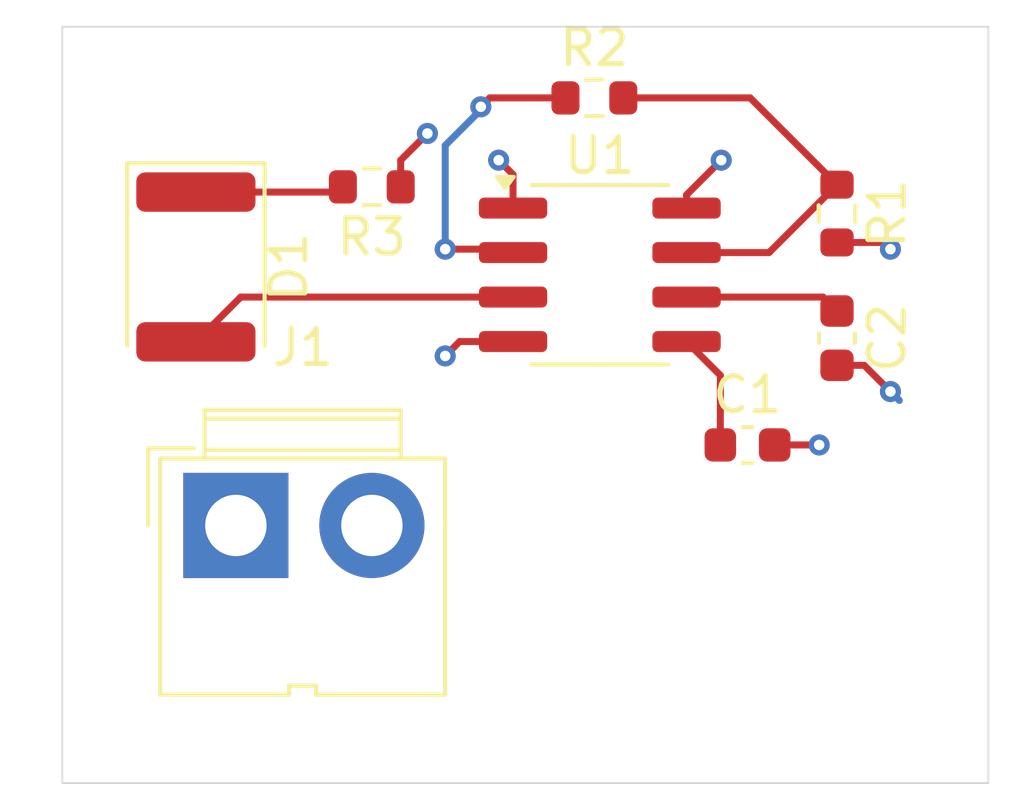
<source format=kicad_pcb>
(kicad_pcb (version 20240108) (generator "pcbnew") (generator_version "8.0")
  (layers (0 "F.Cu" signal) (1 "In1.Cu" signal) (2 "In2.Cu" signal) (31 "B.Cu" signal) (34 "B.Paste" user) (35 "F.Paste" user) (36 "B.SilkS" user "B.Silkscreen") (37 "F.SilkS" user "F.Silkscreen") (38 "B.Mask" user) (39 "F.Mask" user) (44 "Edge.Cuts" user))
  (net 0 "")
  (net 1 "Net-(U1-CV)")
  (net 2 "GND")
  (net 3 "/TRIGGER")
  (net 4 "Net-(D1-A)")
  (net 5 "Net-(D1-K)")
  (net 6 "Net-(U1-DIS)")
  (net 7 "+3.3V")
  (footprint "Capacitor_SMD:C_0603_1608Metric" (layer "F.Cu") (at 161.544 89.408 -90)
    (property "Reference" "C2" (at 0 -1.43 90) (layer "F.SilkS"))
    (property "Value" "C")
    (fp_line (start -0.14058 0.51) (end 0.14058 0.51) (stroke (width 0.12)) (layer "F.SilkS"))
    (fp_line (start -0.14058 -0.51) (end 0.14058 -0.51) (stroke (width 0.12)) (layer "F.SilkS"))
    (pad "1" smd roundrect (at -0.775 0 270) (size 0.9 0.95) (layers "F.Cu" "F.Paste" "F.Mask") (net 3 "/TRIGGER"))
    (pad "2" smd roundrect (at 0.775 0 270) (size 0.9 0.95) (layers "F.Cu" "F.Paste" "F.Mask") (net 2 "GND"))
  )
  (footprint "Package_SO:SOIC-8_3.9x4.9mm_P1.27mm" (layer "F.Cu") (at 154.7775 87.6)
    (property "Reference" "U1" (at 0 -3.4 0) (layer "F.SilkS"))
    (property "Value" "NE555D")
    (fp_line (start 0 -2.56) (end -1.95 -2.56) (stroke (width 0.12)) (layer "F.SilkS"))
    (fp_line (start 0 -2.56) (end 1.95 -2.56) (stroke (width 0.12)) (layer "F.SilkS"))
    (fp_line (start 0 2.56) (end -1.95 2.56) (stroke (width 0.12)) (layer "F.SilkS"))
    (fp_line (start 0 2.56) (end 1.95 2.56) (stroke (width 0.12)) (layer "F.SilkS"))
    (fp_poly (pts (xy -2.7 -2.465) (xy -2.94 -2.795) (xy -2.46 -2.795) (xy -2.7 -2.465)) (stroke (width 0.12)) (fill solid) (layer "F.SilkS"))
    (pad "1" smd roundrect (at -2.475 -1.905) (size 1.95 0.6) (layers "F.Cu" "F.Paste" "F.Mask") (net 2 "GND"))
    (pad "2" smd roundrect (at -2.475 -0.635) (size 1.95 0.6) (layers "F.Cu" "F.Paste" "F.Mask") (net 3 "/TRIGGER"))
    (pad "3" smd roundrect (at -2.475 0.635) (size 1.95 0.6) (layers "F.Cu" "F.Paste" "F.Mask") (net 4 "Net-(D1-A)"))
    (pad "4" smd roundrect (at -2.475 1.905) (size 1.95 0.6) (layers "F.Cu" "F.Paste" "F.Mask") (net 7 "+3.3V"))
    (pad "5" smd roundrect (at 2.475 1.905) (size 1.95 0.6) (layers "F.Cu" "F.Paste" "F.Mask") (net 1 "Net-(U1-CV)"))
    (pad "6" smd roundrect (at 2.475 0.635) (size 1.95 0.6) (layers "F.Cu" "F.Paste" "F.Mask") (net 3 "/TRIGGER"))
    (pad "7" smd roundrect (at 2.475 -0.635) (size 1.95 0.6) (layers "F.Cu" "F.Paste" "F.Mask") (net 6 "Net-(U1-DIS)"))
    (pad "8" smd roundrect (at 2.475 -1.905) (size 1.95 0.6) (layers "F.Cu" "F.Paste" "F.Mask") (net 7 "+3.3V"))
  )
  (footprint "Resistor_SMD:R_0603_1608Metric" (layer "F.Cu") (at 161.544 85.852 -90)
    (property "Reference" "R1" (at 0 -1.43 90) (layer "F.SilkS"))
    (property "Value" "R")
    (fp_line (start -0.237258 0.5225) (end 0.237258 0.5225) (stroke (width 0.12)) (layer "F.SilkS"))
    (fp_line (start -0.237258 -0.5225) (end 0.237258 -0.5225) (stroke (width 0.12)) (layer "F.SilkS"))
    (pad "1" smd roundrect (at -0.825 0 270) (size 0.8 0.95) (layers "F.Cu" "F.Paste" "F.Mask") (net 6 "Net-(U1-DIS)"))
    (pad "2" smd roundrect (at 0.825 0 270) (size 0.8 0.95) (layers "F.Cu" "F.Paste" "F.Mask") (net 7 "+3.3V"))
  )
  (footprint "LED_SMD:LED_1812_4532Metric" (layer "F.Cu") (at 143.256 87.376 -90)
    (property "Reference" "D1" (at 0 -2.65 90) (layer "F.SilkS"))
    (property "Value" "LED")
    (fp_line (start -2.96 1.96) (end 2.25 1.96) (stroke (width 0.12)) (layer "F.SilkS"))
    (fp_line (start -2.96 -1.96) (end -2.96 1.96) (stroke (width 0.12)) (layer "F.SilkS"))
    (fp_line (start 2.25 -1.96) (end -2.96 -1.96) (stroke (width 0.12)) (layer "F.SilkS"))
    (pad "1" smd roundrect (at -2.1375 0 270) (size 1.125 3.4) (layers "F.Cu" "F.Paste" "F.Mask") (roundrect_rratio 0.222222) (net 5 "Net-(D1-K)"))
    (pad "2" smd roundrect (at 2.1375 0 270) (size 1.125 3.4) (layers "F.Cu" "F.Paste" "F.Mask") (roundrect_rratio 0.222222) (net 4 "Net-(D1-A)"))
  )
  (footprint "Resistor_SMD:R_0603_1608Metric" (layer "F.Cu") (at 148.273 85.09 180)
    (property "Reference" "R3" (at 0 -1.43 360) (layer "F.SilkS"))
    (property "Value" "R")
    (fp_line (start -0.237258 0.5225) (end 0.237258 0.5225) (stroke (width 0.12)) (layer "F.SilkS"))
    (fp_line (start -0.237258 -0.5225) (end 0.237258 -0.5225) (stroke (width 0.12)) (layer "F.SilkS"))
    (pad "1" smd roundrect (at -0.825 0 180) (size 0.8 0.95) (layers "F.Cu" "F.Paste" "F.Mask") (net 2 "GND"))
    (pad "2" smd roundrect (at 0.825 0 180) (size 0.8 0.95) (layers "F.Cu" "F.Paste" "F.Mask") (net 5 "Net-(D1-K)"))
  )
  (footprint "Resistor_SMD:R_0603_1608Metric" (layer "F.Cu") (at 154.623 82.55)
    (property "Reference" "R2" (at 0 -1.43 360) (layer "F.SilkS"))
    (property "Value" "R")
    (fp_line (start -0.237258 -0.5225) (end 0.237258 -0.5225) (stroke (width 0.12)) (layer "F.SilkS"))
    (fp_line (start -0.237258 0.5225) (end 0.237258 0.5225) (stroke (width 0.12)) (layer "F.SilkS"))
    (pad "1" smd roundrect (at -0.825 0) (size 0.8 0.95) (layers "F.Cu" "F.Paste" "F.Mask") (net 3 "/TRIGGER"))
    (pad "2" smd roundrect (at 0.825 0) (size 0.8 0.95) (layers "F.Cu" "F.Paste" "F.Mask") (net 6 "Net-(U1-DIS)"))
  )
  (footprint "Connector:JWT_A3963_1x02_P3.96mm_Vertical" (layer "F.Cu") (at 144.3965 94.754)
    (property "Reference" "J1" (at 1.91 -5.08 0) (layer "F.SilkS"))
    (property "Value" "Conn_01x02_Pin")
    (fp_line (start -2.5 -2.2) (end -2.5 0) (stroke (width 0.12)) (layer "F.SilkS"))
    (fp_line (start -2.16 -1.91) (end -2.16 0) (stroke (width 0.12)) (layer "F.SilkS"))
    (fp_line (start -2.16 -1.91) (end 5.97 -1.91) (stroke (width 0.12)) (layer "F.SilkS"))
    (fp_line (start -2.16 0) (end -2.16 4.83) (stroke (width 0.12)) (layer "F.SilkS"))
    (fp_line (start -1.2 -2.2) (end -2.5 -2.2) (stroke (width 0.12)) (layer "F.SilkS"))
    (fp_line (start -0.89 -3.3) (end 4.7 -3.3) (stroke (width 0.12)) (layer "F.SilkS"))
    (fp_line (start -0.89 -3.05) (end 4.7 -3.05) (stroke (width 0.12)) (layer "F.SilkS"))
    (fp_line (start -0.89 -2.16) (end 4.7 -2.16) (stroke (width 0.12)) (layer "F.SilkS"))
    (fp_line (start -0.89 -1.91) (end -0.89 -3.3) (stroke (width 0.12)) (layer "F.SilkS"))
    (fp_line (start 1.52 4.57) (end 2.29 4.57) (stroke (width 0.12)) (layer "F.SilkS"))
    (fp_line (start 1.52 4.83) (end -2.16 4.83) (stroke (width 0.12)) (layer "F.SilkS"))
    (fp_line (start 1.52 4.83) (end 1.52 4.57) (stroke (width 0.12)) (layer "F.SilkS"))
    (fp_line (start 2.29 4.57) (end 2.29 4.83) (stroke (width 0.12)) (layer "F.SilkS"))
    (fp_line (start 2.29 4.83) (end 5.97 4.83) (stroke (width 0.12)) (layer "F.SilkS"))
    (fp_line (start 4.7 -1.91) (end 4.7 -3.3) (stroke (width 0.12)) (layer "F.SilkS"))
    (fp_line (start 5.97 -1.91) (end 5.97 0) (stroke (width 0.12)) (layer "F.SilkS"))
    (fp_line (start 5.97 4.83) (end 5.97 0) (stroke (width 0.12)) (layer "F.SilkS"))
    (pad "1" thru_hole rect (at 0 0) (size 3 3) (drill 1.75) (layers "*.Cu" "*.Mask") (net 7 "+3.3V"))
    (pad "2" thru_hole circle (at 3.88 0) (size 3 3) (drill 1.75) (layers "*.Cu" "*.Mask") (net 2 "GND"))
  )
  (footprint "Capacitor_SMD:C_0603_1608Metric" (layer "F.Cu") (at 158.991 92.456)
    (property "Reference" "C1" (at 0 -1.43 360) (layer "F.SilkS"))
    (property "Value" "C")
    (fp_line (start -0.14058 -0.51) (end 0.14058 -0.51) (stroke (width 0.12)) (layer "F.SilkS"))
    (fp_line (start -0.14058 0.51) (end 0.14058 0.51) (stroke (width 0.12)) (layer "F.SilkS"))
    (pad "1" smd roundrect (at -0.775 0) (size 0.9 0.95) (layers "F.Cu" "F.Paste" "F.Mask") (net 1 "Net-(U1-CV)"))
    (pad "2" smd roundrect (at 0.775 0) (size 0.9 0.95) (layers "F.Cu" "F.Paste" "F.Mask") (net 2 "GND"))
  )
  (gr_rect (start 139.446 80.518) (end 165.862 102.108) (stroke (width 0.05)) (fill none) (layer "Edge.Cuts"))
  (segment (start 158.216 90.4685) (end 157.2525 89.505) (width 0.2) (layer "F.Cu") (net 1))
  (segment (start 158.216 92.456) (end 158.216 90.4685) (width 0.2) (layer "F.Cu") (net 1))
  (segment (start 152.3025 85.695) (end 152.3025 84.7385) (width 0.2) (layer "F.Cu") (net 2))
  (segment (start 152.3025 84.7385) (end 151.892 84.328) (width 0.2) (layer "F.Cu") (net 2))
  (segment (start 149.098 85.09) (end 149.098 84.328) (width 0.2) (layer "F.Cu") (net 2))
  (segment (start 149.098 84.328) (end 149.86 83.566) (width 0.2) (layer "F.Cu") (net 2))
  (segment (start 161.544 90.183) (end 162.319 90.183) (width 0.2) (layer "F.Cu") (net 2))
  (segment (start 162.319 90.183) (end 163.068 90.932) (width 0.2) (layer "F.Cu") (net 2))
  (segment (start 159.766 92.456) (end 161.036 92.456) (width 0.2) (layer "F.Cu") (net 2))
  (via (at 151.892 84.328) (size 0.6) (drill 0.3) (layers "F.Cu" "B.Cu") (net 2))
  (via (at 161.036 92.456) (size 0.6) (drill 0.3) (layers "F.Cu" "B.Cu") (net 2))
  (via (at 149.86 83.566) (size 0.6) (drill 0.3) (layers "F.Cu" "B.Cu") (net 2))
  (via (at 163.068 90.932) (size 0.6) (drill 0.3) (layers "F.Cu" "B.Cu") (net 2))
  (segment (start 163.068 90.932) (end 163.322 91.186) (width 0.2) (layer "B.Cu") (net 2))
  (segment (start 152.2055 86.868) (end 152.3025 86.965) (width 0.2) (layer "F.Cu") (net 3))
  (segment (start 161.146 88.235) (end 161.544 88.633) (width 0.2) (layer "F.Cu") (net 3))
  (segment (start 151.638 82.55) (end 151.384 82.804) (width 0.2) (layer "F.Cu") (net 3))
  (segment (start 150.368 86.868) (end 152.2055 86.868) (width 0.2) (layer "F.Cu") (net 3))
  (segment (start 157.2525 88.235) (end 161.146 88.235) (width 0.2) (layer "F.Cu") (net 3))
  (segment (start 153.798 82.55) (end 151.638 82.55) (width 0.2) (layer "F.Cu") (net 3))
  (via (at 151.384 82.804) (size 0.6) (drill 0.3) (layers "F.Cu" "B.Cu") (net 3))
  (via (at 150.368 86.868) (size 0.6) (drill 0.3) (layers "F.Cu" "B.Cu") (net 3))
  (segment (start 150.368 83.906529) (end 150.368 86.868) (width 0.2) (layer "B.Cu") (net 3))
  (segment (start 151.384 82.804) (end 151.384 82.890529) (width 0.2) (layer "B.Cu") (net 3))
  (segment (start 151.384 82.890529) (end 150.368 83.906529) (width 0.2) (layer "B.Cu") (net 3))
  (segment (start 144.5345 88.235) (end 152.3025 88.235) (width 0.2) (layer "F.Cu") (net 4))
  (segment (start 143.256 89.5135) (end 144.5345 88.235) (width 0.2) (layer "F.Cu") (net 4))
  (segment (start 147.2995 85.2385) (end 147.448 85.09) (width 0.2) (layer "F.Cu") (net 5))
  (segment (start 143.256 85.2385) (end 147.2995 85.2385) (width 0.2) (layer "F.Cu") (net 5))
  (segment (start 157.2865 86.931) (end 157.2525 86.965) (width 0.2) (layer "F.Cu") (net 6))
  (segment (start 159.067 82.55) (end 161.544 85.027) (width 0.2) (layer "F.Cu") (net 6))
  (segment (start 159.606 86.965) (end 157.2525 86.965) (width 0.2) (layer "F.Cu") (net 6))
  (segment (start 161.544 85.027) (end 159.606 86.965) (width 0.2) (layer "F.Cu") (net 6))
  (segment (start 155.448 82.55) (end 159.067 82.55) (width 0.2) (layer "F.Cu") (net 6))
  (segment (start 157.2525 85.695) (end 157.2525 85.3175) (width 0.2) (layer "F.Cu") (net 7))
  (segment (start 157.2525 85.3175) (end 158.242 84.328) (width 0.2) (layer "F.Cu") (net 7))
  (segment (start 162.877 86.677) (end 163.068 86.868) (width 0.2) (layer "F.Cu") (net 7))
  (segment (start 152.3025 89.505) (end 150.779 89.505) (width 0.2) (layer "F.Cu") (net 7))
  (segment (start 150.779 89.505) (end 150.368 89.916) (width 0.2) (layer "F.Cu") (net 7))
  (segment (start 161.544 86.677) (end 162.877 86.677) (width 0.2) (layer "F.Cu") (net 7))
  (via (at 163.068 86.868) (size 0.6) (drill 0.3) (layers "F.Cu" "B.Cu") (net 7))
  (via (at 150.368 89.916) (size 0.6) (drill 0.3) (layers "F.Cu" "B.Cu") (net 7))
  (via (at 158.242 84.328) (size 0.6) (drill 0.3) (layers "F.Cu" "B.Cu") (net 7))
)
</source>
